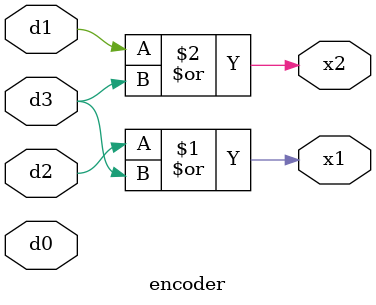
<source format=v>
module encoder(
  input d0,d1,d2,d3,
  output x1,x2);
  or (x1,d2,d3);
  or(x2,d1,d3);
endmodule

</source>
